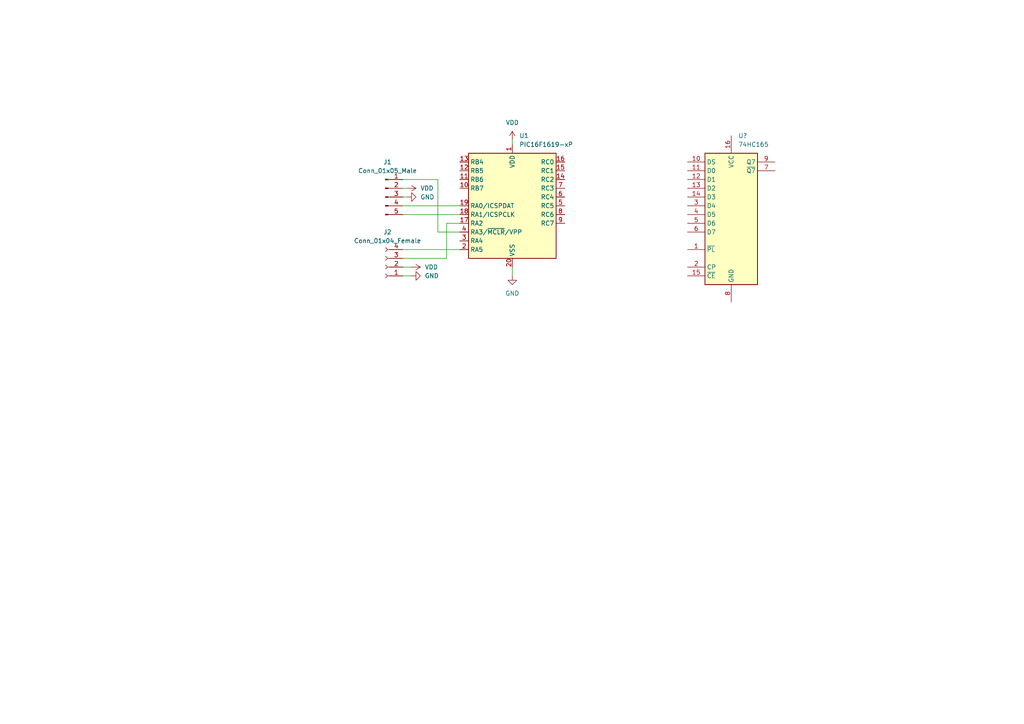
<source format=kicad_sch>
(kicad_sch (version 20211123) (generator eeschema)
  (paper "A4")
  (lib_symbols
    (symbol "74xx:74HC165"
      (property "Reference" "U" (at -7.62 19.05 0))
      (property "Value" "74HC165" (at -7.62 -21.59 0))
      (symbol "74HC165_1_0"
        (pin input line (at -12.7 -10.16 0) (length 5.08) (name "~{PL}") (number "1"))
        (pin input line (at -12.7 15.24 0) (length 5.08) (name "DS") (number "10"))
        (pin input line (at -12.7 12.7 0) (length 5.08) (name "D0") (number "11"))
        (pin input line (at -12.7 10.16 0) (length 5.08) (name "D1") (number "12"))
        (pin input line (at -12.7 7.62 0) (length 5.08) (name "D2") (number "13"))
        (pin input line (at -12.7 5.08 0) (length 5.08) (name "D3") (number "14"))
        (pin input line (at -12.7 -17.78 0) (length 5.08) (name "~{CE}") (number "15"))
        (pin power_in line (at 0 22.86 270) (length 5.08) (name "VCC") (number "16"))
        (pin input line (at -12.7 -15.24 0) (length 5.08) (name "CP") (number "2"))
        (pin input line (at -12.7 2.54 0) (length 5.08) (name "D4") (number "3"))
        (pin input line (at -12.7 0 0) (length 5.08) (name "D5") (number "4"))
        (pin input line (at -12.7 -2.54 0) (length 5.08) (name "D6") (number "5"))
        (pin input line (at -12.7 -5.08 0) (length 5.08) (name "D7") (number "6"))
        (pin output line (at 12.7 12.7 180) (length 5.08) (name "~{Q7}") (number "7"))
        (pin power_in line (at 0 -25.4 90) (length 5.08) (name "GND") (number "8"))
        (pin output line (at 12.7 15.24 180) (length 5.08) (name "Q7") (number "9"))
      )
      (symbol "74HC165_1_1"
        (rectangle (start -7.62 17.78) (end 7.62 -20.32) (stroke (width 0.254)) (fill (type background)))
      )
    )
    (symbol "Connector:Conn_01x04_Female" (pin_names (offset 1.016) hide)
      (property "Reference" "J" (at 0 5.08 0))
      (property "Value" "Conn_01x04_Female" (at 0 -7.62 0))
      (symbol "Conn_01x04_Female_1_1"
        (arc (start 0 -4.572) (mid -0.508 -5.08) (end 0 -5.588) (stroke (width 0.1524)))
        (arc (start 0 -2.032) (mid -0.508 -2.54) (end 0 -3.048) (stroke (width 0.1524)))
        (polyline (pts (xy -1.27 -5.08) (xy -0.508 -5.08)) (stroke (width 0.1524)))
        (polyline (pts (xy -1.27 -2.54) (xy -0.508 -2.54)) (stroke (width 0.1524)))
        (polyline (pts (xy -1.27 0) (xy -0.508 0)) (stroke (width 0.1524)))
        (polyline (pts (xy -1.27 2.54) (xy -0.508 2.54)) (stroke (width 0.1524)))
        (arc (start 0 0.508) (mid -0.508 0) (end 0 -0.508) (stroke (width 0.1524)))
        (arc (start 0 3.048) (mid -0.508 2.54) (end 0 2.032) (stroke (width 0.1524)))
        (pin passive line (at -5.08 2.54 0) (length 3.81) (name "Pin_1") (number "1"))
        (pin passive line (at -5.08 0 0) (length 3.81) (name "Pin_2") (number "2"))
        (pin passive line (at -5.08 -2.54 0) (length 3.81) (name "Pin_3") (number "3"))
        (pin passive line (at -5.08 -5.08 0) (length 3.81) (name "Pin_4") (number "4"))
      )
    )
    (symbol "Connector:Conn_01x05_Male" (pin_names (offset 1.016) hide)
      (property "Reference" "J" (at 0 7.62 0))
      (property "Value" "Conn_01x05_Male" (at 0 -7.62 0))
      (symbol "Conn_01x05_Male_1_1"
        (polyline (pts (xy 1.27 -5.08) (xy 0.8636 -5.08)) (stroke (width 0.1524)))
        (polyline (pts (xy 1.27 -2.54) (xy 0.8636 -2.54)) (stroke (width 0.1524)))
        (polyline (pts (xy 1.27 0) (xy 0.8636 0)) (stroke (width 0.1524)))
        (polyline (pts (xy 1.27 2.54) (xy 0.8636 2.54)) (stroke (width 0.1524)))
        (polyline (pts (xy 1.27 5.08) (xy 0.8636 5.08)) (stroke (width 0.1524)))
        (rectangle (start 0.8636 -4.953) (end 0 -5.207) (stroke (width 0.1524)) (fill (type outline)))
        (rectangle (start 0.8636 -2.413) (end 0 -2.667) (stroke (width 0.1524)) (fill (type outline)))
        (rectangle (start 0.8636 0.127) (end 0 -0.127) (stroke (width 0.1524)) (fill (type outline)))
        (rectangle (start 0.8636 2.667) (end 0 2.413) (stroke (width 0.1524)) (fill (type outline)))
        (rectangle (start 0.8636 5.207) (end 0 4.953) (stroke (width 0.1524)) (fill (type outline)))
        (pin passive line (at 5.08 5.08 180) (length 3.81) (name "Pin_1") (number "1"))
        (pin passive line (at 5.08 2.54 180) (length 3.81) (name "Pin_2") (number "2"))
        (pin passive line (at 5.08 0 180) (length 3.81) (name "Pin_3") (number "3"))
        (pin passive line (at 5.08 -2.54 180) (length 3.81) (name "Pin_4") (number "4"))
        (pin passive line (at 5.08 -5.08 180) (length 3.81) (name "Pin_5") (number "5"))
      )
    )
    (symbol "MCU_Microchip_PIC16:PIC16F1619-xP"
      (property "Reference" "U" (at 1.27 19.05 0))
      (property "Value" "PIC16F1619-xP" (at 1.27 16.51 0))
      (symbol "PIC16F1619-xP_0_1"
        (rectangle (start -12.7 15.24) (end 12.7 -15.24) (stroke (width 0.254)) (fill (type background)))
      )
      (symbol "PIC16F1619-xP_1_1"
        (pin power_in line (at 0 17.78 270) (length 2.54) (name "VDD") (number "1"))
        (pin bidirectional line (at -15.24 5.08 0) (length 2.54) (name "RB7") (number "10"))
        (pin bidirectional line (at -15.24 7.62 0) (length 2.54) (name "RB6") (number "11"))
        (pin bidirectional line (at -15.24 10.16 0) (length 2.54) (name "RB5") (number "12"))
        (pin bidirectional line (at -15.24 12.7 0) (length 2.54) (name "RB4") (number "13"))
        (pin bidirectional line (at 15.24 7.62 180) (length 2.54) (name "RC2") (number "14"))
        (pin bidirectional line (at 15.24 10.16 180) (length 2.54) (name "RC1") (number "15"))
        (pin bidirectional line (at 15.24 12.7 180) (length 2.54) (name "RC0") (number "16"))
        (pin bidirectional line (at -15.24 -5.08 0) (length 2.54) (name "RA2") (number "17"))
        (pin bidirectional line (at -15.24 -2.54 0) (length 2.54) (name "RA1/ICSPCLK") (number "18"))
        (pin bidirectional line (at -15.24 0 0) (length 2.54) (name "RA0/ICSPDAT") (number "19"))
        (pin bidirectional line (at -15.24 -12.7 0) (length 2.54) (name "RA5") (number "2"))
        (pin power_in line (at 0 -17.78 90) (length 2.54) (name "VSS") (number "20"))
        (pin bidirectional line (at -15.24 -10.16 0) (length 2.54) (name "RA4") (number "3"))
        (pin bidirectional line (at -15.24 -7.62 0) (length 2.54) (name "RA3/~{MCLR}/VPP") (number "4"))
        (pin bidirectional line (at 15.24 0 180) (length 2.54) (name "RC5") (number "5"))
        (pin bidirectional line (at 15.24 2.54 180) (length 2.54) (name "RC4") (number "6"))
        (pin bidirectional line (at 15.24 5.08 180) (length 2.54) (name "RC3") (number "7"))
        (pin bidirectional line (at 15.24 -2.54 180) (length 2.54) (name "RC6") (number "8"))
        (pin bidirectional line (at 15.24 -5.08 180) (length 2.54) (name "RC7") (number "9"))
      )
    )
    (symbol "power:GND" (power) (pin_names (offset 0))
      (property "Value" "GND" (at 0 -3.81 0))
      (symbol "GND_0_1"
        (polyline (pts (xy 0 0) (xy 0 -1.27) (xy 1.27 -1.27) (xy 0 -2.54) (xy -1.27 -1.27) (xy 0 -1.27)))
      )
      (symbol "GND_1_1"
        (pin power_in line (at 0 0 270) (length 0) hide (name "GND") (number "1"))
      )
    )
    (symbol "power:VDD" (power) (pin_names (offset 0))
      (property "Value" "VDD" (at 0 3.81 0))
      (symbol "VDD_0_1"
        (polyline (pts (xy -0.762 1.27) (xy 0 2.54)))
        (polyline (pts (xy 0 0) (xy 0 2.54)))
        (polyline (pts (xy 0 2.54) (xy 0.762 1.27)))
      )
      (symbol "VDD_1_1"
        (pin power_in line (at 0 0 90) (length 0) hide (name "VDD") (number "1"))
      )
    )
  )
  (wire (pts (xy 116.84 54.61) (xy 118.11 54.61)))
  (wire (pts (xy 127 67.31) (xy 127 52.07)))
  (wire (pts (xy 148.59 77.47) (xy 148.59 80.01)))
  (wire (pts (xy 116.84 80.01) (xy 119.38 80.01)))
  (wire (pts (xy 116.84 77.47) (xy 119.38 77.47)))
  (wire (pts (xy 129.54 74.93) (xy 116.84 74.93)))
  (wire (pts (xy 116.84 72.39) (xy 133.35 72.39)))
  (wire (pts (xy 133.35 67.31) (xy 127 67.31)))
  (wire (pts (xy 116.84 57.15) (xy 118.11 57.15)))
  (wire (pts (xy 148.59 40.64) (xy 148.59 41.91)))
  (wire (pts (xy 116.84 59.69) (xy 133.35 59.69)))
  (wire (pts (xy 133.35 64.77) (xy 129.54 64.77)))
  (wire (pts (xy 129.54 64.77) (xy 129.54 74.93)))
  (wire (pts (xy 127 52.07) (xy 116.84 52.07)))
  (wire (pts (xy 116.84 62.23) (xy 133.35 62.23)))
  (symbol (lib_id "power:VDD") (at 118.11 54.61 270) (unit 1)
    (property "Reference" "#PWR0103" (effects hide))
    (property "Value" "VDD" (at 121.92 54.6099 90) (effects (justify left)))
  )
  (symbol (lib_id "power:VDD") (at 148.59 40.64 0) (unit 1)
    (property "Reference" "#PWR0102" (effects hide))
    (property "Value" "VDD" (at 148.59 35.56 0))
  )
  (symbol (lib_id "power:GND") (at 119.38 80.01 90) (unit 1)
    (property "Reference" "#PWR0105" (effects hide))
    (property "Value" "GND" (at 123.19 80.0099 90) (effects (justify right)))
  )
  (symbol (lib_id "power:GND") (at 148.59 80.01 0) (unit 1)
    (property "Reference" "#PWR0101" (effects hide))
    (property "Value" "GND" (at 148.59 85.09 0))
  )
  (symbol (lib_id "power:VDD") (at 119.38 77.47 270) (unit 1)
    (property "Reference" "#PWR0106" (effects hide))
    (property "Value" "VDD" (at 123.19 77.4699 90) (effects (justify left)))
  )
  (symbol (lib_id "MCU_Microchip_PIC16:PIC16F1619-xP") (at 148.59 59.69 0) (unit 1)
    (property "Reference" "U1" (at 150.6094 39.37 0) (effects (justify left)))
    (property "Value" "PIC16F1619-xP" (at 150.6094 41.91 0) (effects (justify left)))
    (property "Footprint" "Package_DIP:DIP-20_W7.62mm" (effects hide))
    (property "Datasheet" "http://ww1.microchip.com/downloads/en/DeviceDoc/40001770D.pdf" (effects hide))
  )
  (symbol (lib_id "power:GND") (at 118.11 57.15 90) (unit 1)
    (property "Reference" "#PWR0104" (effects hide))
    (property "Value" "GND" (at 121.92 57.1499 90) (effects (justify right)))
  )
  (symbol (lib_id "74xx:74HC165") (at 212.09 62.23 0) (unit 1)
    (property "Reference" "U?" (at 214.1094 39.37 0) (effects (justify left)))
    (property "Value" "74HC165" (at 214.1094 41.91 0) (effects (justify left)))
    (property "Datasheet" "https://assets.nexperia.com/documents/data-sheet/74HC_HCT165.pdf" (effects hide))
  )
  (symbol (lib_id "Connector:Conn_01x04_Female") (at 111.76 77.47 180) (unit 1)
    (property "Reference" "J2" (at 112.395 67.31 0))
    (property "Value" "Conn_01x04_Female" (at 112.395 69.85 0))
    (property "Footprint" "Connector_PinSocket_2.54mm:PinSocket_1x04_P2.54mm_Vertical" (effects hide))
  )
  (symbol (lib_id "Connector:Conn_01x05_Male") (at 111.76 57.15 0) (unit 1)
    (property "Reference" "J1" (at 112.395 46.99 0))
    (property "Value" "Conn_01x05_Male" (at 112.395 49.53 0))
    (property "Footprint" "Connector_PinHeader_2.54mm:PinHeader_1x05_P2.54mm_Vertical" (effects hide))
  )
)
</source>
